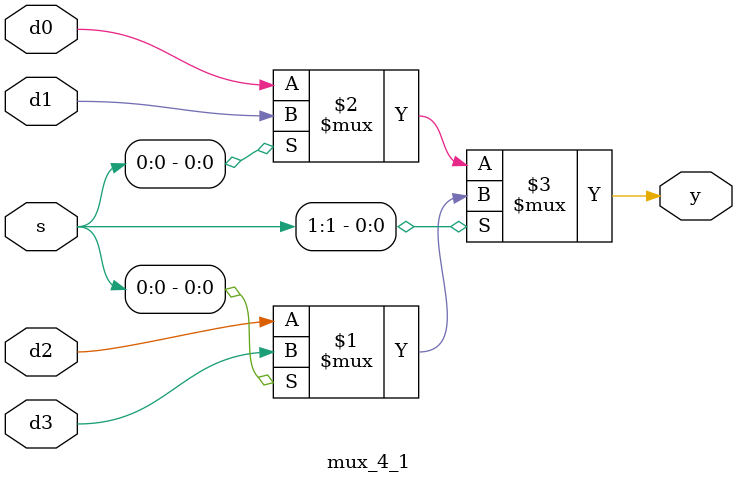
<source format=sv>
module mux_4_1(d0, d1, d2, d3, s, y);
    
input logic d0, d1, d2, d3;
input logic [1:0] s;
output logic y;

assign y  =  s[1] ? (s[0] ? d3 : d2) :(s[0] ? d1 : d0);

endmodule
</source>
